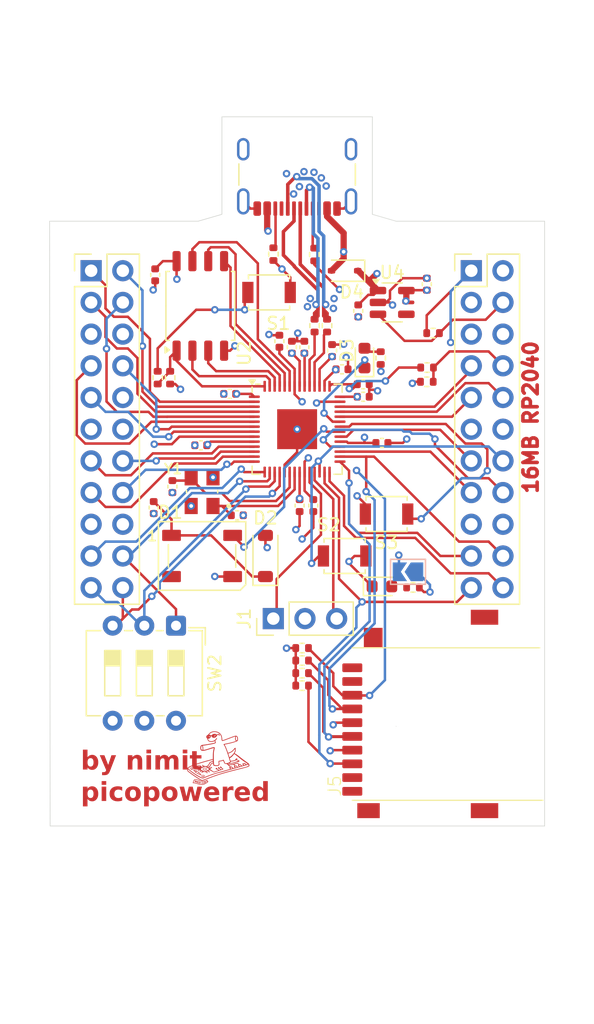
<source format=kicad_pcb>
(kicad_pcb (version 20241229) (generator "pcbnew") (generator_version "9.0")
  (layers (0 "F.Cu" signal) (4 "In1.Cu" signal) (6 "In2.Cu" signal) (2 "B.Cu" signal) (13 "F.Paste" user) (15 "B.Paste" user) (5 "F.SilkS" user "F.Silkscreen") (7 "B.SilkS" user "B.Silkscreen") (1 "F.Mask" user) (3 "B.Mask" user) (25 "Edge.Cuts" user))
  (net 0 "")
  (net 1 "XOUT")
  (net 2 "GND")
  (net 3 "XIN")
  (net 4 "+3V3")
  (net 5 "Net-(D1-VDD)")
  (net 6 "VSYS")
  (net 7 "+1V1")
  (net 8 "GPIO23")
  (net 10 "Net-(D3-A)")
  (net 11 "VBUS")
  (net 12 "Net-(D5-A)")
  (net 13 "SWD")
  (net 14 "SWCLK")
  (net 15 "GPIO16")
  (net 16 "GPIO18")
  (net 17 "GPIO28")
  (net 18 "GPIO26")
  (net 19 "GPIO21")
  (net 20 "GPIO22")
  (net 21 "ADC_VREF")
  (net 22 "GPIO20")
  (net 23 "GPIO17")
  (net 24 "3v3_EN")
  (net 25 "GPIO19")
  (net 26 "GPIO27")
  (net 27 "GPIO0")
  (net 28 "GPIO15")
  (net 29 "GPIO10")
  (net 30 "GPIO13")
  (net 31 "GPIO14")
  (net 32 "GPIO3")
  (net 33 "GPIO7")
  (net 34 "GPIO8")
  (net 35 "GPIO12")
  (net 36 "GPIO1")
  (net 37 "GPIO11")
  (net 38 "GPIO9")
  (net 39 "GPIO4")
  (net 40 "GPIO5")
  (net 41 "GPIO6")
  (net 42 "GPIO2")
  (net 43 "Net-(JP1-A)")
  (net 44 "Net-(P1-VCONN)")
  (net 45 "Net-(P1-CC)")
  (net 46 "QSPI_CS")
  (net 47 "Net-(R1-Pad1)")
  (net 48 "Net-(U1-USB_DP)")
  (net 49 "Net-(U1-USB_DM)")
  (net 50 "RUN")
  (net 51 "QSPI_IO2")
  (net 52 "GPIO24")
  (net 53 "QSPI_IO3")
  (net 54 "GPIO25")
  (net 55 "QSPI_IO1")
  (net 56 "QSPI_SCLK")
  (net 57 "QSPI_IO0")
  (net 58 "GPIO29")
  (net 60 "USB_D+")
  (net 61 "USB_D-")
  (footprint "Button_Switch_SMD:SW_SPST_B3U-1000P" (layer "F.Cu") (at 105.41 86.36)
    (property "Reference" "S2")
    (property "Value" "RESET")
  )
  (footprint "Connector_PinHeader_2.54mm:PinHeader_2x11_P2.54mm_Vertical" (layer "F.Cu") (at 115.565 63.5)
    (property "Reference" "J7" (hide yes))
    (property "Value" "Conn_02x11_Odd_Even")
  )
  (footprint "lib:Micro_SD_READER" (layer "F.Cu") (at 106.025 101.22 90)
    (property "Reference" "J5")
    (property "Value" "Micro_SD_Card")
  )
  (footprint "Package_SO:SOIC-8_5.3x5.3mm_P1.27mm" (layer "F.Cu") (at 93.84 66.32 90)
    (property "Reference" "U2")
    (property "Value" "W25Q128JVS")
  )
  (footprint "Capacitor_SMD:C_0402_1005Metric" (layer "F.Cu") (at 90.1 82.48 90)
    (property "Reference" "C4" (hide yes))
    (property "Value" "100n")
  )
  (footprint "Package_DFN_QFN:QFN-56-1EP_7x7mm_P0.4mm_EP3.2x3.2mm" (layer "F.Cu") (at 101.6 76.2)
    (property "Reference" "U1" (hide yes))
    (property "Value" "RP2040")
  )
  (footprint "Resistor_SMD:R_0402_1005Metric" (layer "F.Cu") (at 108.3 70.5 90)
    (property "Reference" "R8" (hide yes))
    (property "Value" "330")
  )
  (footprint "kicad-lib:XTAL_ABM8-272-T3" (layer "F.Cu") (at 93.98 81.205 180)
    (property "Reference" "Y1")
    (property "Value" "ABM8-272-T3")
  )
  (footprint "LED_SMD:LED_0603_1608Metric" (layer "F.Cu") (at 108.4 88.8)
    (property "Reference" "D5" (hide yes))
    (property "Value" "LED")
  )
  (footprint "Resistor_SMD:R_0402_1005Metric" (layer "F.Cu") (at 99.7 62.17 90)
    (property "Reference" "R4" (hide yes))
    (property "Value" "5.1k")
  )
  (footprint "Resistor_SMD:R_0402_1005Metric" (layer "F.Cu") (at 112.5 68.5)
    (property "Reference" "R7" (hide yes))
    (property "Value" "100k")
  )
  (footprint "Resistor_SMD:R_0402_1005Metric" (layer "F.Cu") (at 102 94.74)
    (property "Reference" "R12" (hide yes))
    (property "Value" "10K")
  )
  (footprint "Resistor_SMD:R_0402_1005Metric" (layer "F.Cu") (at 102 96.75)
    (property "Reference" "R14" (hide yes))
    (property "Value" "10K")
  )
  (footprint "Resistor_SMD:R_0402_1005Metric" (layer "F.Cu") (at 110.89 88.88 180)
    (property "Reference" "R9" (hide yes))
    (property "Value" "330")
  )
  (footprint "Capacitor_SMD:C_0402_1005Metric" (layer "F.Cu") (at 112 64.58 90)
    (property "Reference" "C5" (hide yes))
    (property "Value" "10u")
  )
  (footprint "Capacitor_SMD:C_0402_1005Metric" (layer "F.Cu") (at 93.88 77.49 180)
    (property "Reference" "C12" (hide yes))
    (property "Value" "100n")
  )
  (footprint "Resistor_SMD:R_0402_1005Metric" (layer "F.Cu") (at 104 67.9 90)
    (property "Reference" "R6" (hide yes))
    (property "Value" "27")
  )
  (footprint "Resistor_SMD:R_0402_1005Metric" (layer "F.Cu") (at 102 95.75)
    (property "Reference" "R13" (hide yes))
    (property "Value" "10K")
  )
  (footprint "Connector_USB:USB_C_Receptacle_GCT_USB4105-xx-A_16P_TopMnt_Horizontal" (layer "F.Cu") (at 101.6 54.84 180)
    (property "Reference" "P1" (hide yes))
    (property "Value" "USB_C_Plug_USB2.0")
  )
  (footprint "Connector_PinHeader_2.54mm:PinHeader_2x11_P2.54mm_Vertical" (layer "F.Cu") (at 85.085 63.5)
    (property "Reference" "J6" (hide yes))
    (property "Value" "Conn_02x11_Odd_Even")
  )
  (footprint "Resistor_SMD:R_0402_1005Metric" (layer "F.Cu") (at 112 72.4)
    (property "Reference" "R11" (hide yes))
    (property "Value" "200")
  )
  (footprint "Capacitor_SMD:C_0402_1005Metric" (layer "F.Cu") (at 100.18 69.15 90)
    (property "Reference" "C17" (hide yes))
    (property "Value" "100n")
  )
  (footprint "Capacitor_SMD:C_0402_1005Metric" (layer "F.Cu") (at 96.8 83.1)
    (property "Reference" "C1" (hide yes))
    (property "Value" "15p")
  )
  (footprint "Resistor_SMD:R_0402_1005Metric" (layer "F.Cu") (at 112.02 71.26 180)
    (property "Reference" "R10" (hide yes))
    (property "Value" "10")
  )
  (footprint "Resistor_SMD:R_0402_1005Metric" (layer "F.Cu") (at 102 93.74)
    (property "Reference" "R15" (hide yes))
    (property "Value" "10K")
  )
  (footprint "lib:orph_cu" (layer "F.Cu") (at 95.272663 102.559323)
    (property "Reference" "G***" (hide yes))
    (property "Value" "LOGO" (hide yes))
  )
  (footprint "lib:orph" (layer "F.Cu") (at 95.272663 102.559323)
    (property "Reference" "G***" (hide yes))
    (property "Value" "LOGO" (hide yes))
  )
  (footprint "Capacitor_SMD:C_0402_1005Metric" (layer "F.Cu") (at 105.2 71.4)
    (property "Reference" "C15" (hide yes))
    (property "Value" "1u")
  )
  (footprint "Capacitor_SMD:C_0402_1005Metric" (layer "F.Cu") (at 102.9 82.32 -90)
    (property "Reference" "C18" (hide yes))
    (property "Value" "100n")
  )
  (footprint "Resistor_SMD:R_0402_1005Metric" (layer "F.Cu") (at 103 67.9 -90)
    (property "Reference" "R5" (hide yes))
    (property "Value" "27")
  )
  (footprint "Button_Switch_SMD:SW_SPST_B3U-1000P" (layer "F.Cu") (at 99.35 65.24 180)
    (property "Reference" "S1")
    (property "Value" "BOOT")
  )
  (footprint "LED_SMD:LED_WS2812B_PLCC4_5.0x5.0mm_P3.2mm" (layer "F.Cu") (at 93.98 86.36)
    (property "Reference" "D1")
    (property "Value" "WS2812B")
  )
  (footprint "Diode_SMD:D_SOD-323" (layer "F.Cu") (at 105.41 63.5 180)
    (property "Reference" "D4")
    (property "Value" "BAT60A")
  )
  (footprint "LED_SMD:LED_0603_1608Metric" (layer "F.Cu") (at 107 70.5 90)
    (property "Reference" "D3")
    (property "Value" "LED")
  )
  (footprint "Button_Switch_THT:SW_DIP_SPSTx03_Slide_6.7x9.18mm_W7.62mm_P2.54mm_LowProfile" (layer "F.Cu") (at 91.89 91.945 -90)
    (property "Reference" "SW2")
    (property "Value" "SW_DIP_x03")
  )
  (footprint "Capacitor_SMD:C_0402_1005Metric" (layer "F.Cu") (at 106.5 66.72 -90)
    (property "Reference" "C6" (hide yes))
    (property "Value" "10u")
  )
  (footprint "Capacitor_SMD:C_0402_1005Metric" (layer "F.Cu") (at 108.4 77.3)
    (property "Reference" "C8" (hide yes))
    (property "Value" "100n")
  )
  (footprint "Capacitor_SMD:C_0402_1005Metric" (layer "F.Cu") (at 106.9 72.6)
    (property "Reference" "C7" (hide yes))
    (property "Value" "2.2u")
  )
  (footprint "Diode_SMD:D_SOD-123" (layer "F.Cu") (at 99.06 86.36 90)
    (property "Reference" "D2")
    (property "Value" "1N4148")
  )
  (footprint "Capacitor_SMD:C_0402_1005Metric" (layer "F.Cu") (at 104.4 69.9 90)
    (property "Reference" "C16" (hide yes))
    (property "Value" "1u")
  )
  (footprint "Capacitor_SMD:C_0402_1005Metric" (layer "F.Cu") (at 96.2 73.37 180)
    (property "Reference" "C11" (hide yes))
    (property "Value" "100n")
  )
  (footprint "Capacitor_SMD:C_0402_1005Metric" (layer "F.Cu") (at 101.18 69.63 90)
    (property "Reference" "C10" (hide yes))
    (property "Value" "100n")
  )
  (footprint "Resistor_SMD:R_0402_1005Metric" (layer "F.Cu") (at 90.42 72.07 -90)
    (property "Reference" "R1" (hide yes))
    (property "Value" "1K")
  )
  (footprint "Package_TO_SOT_SMD:SOT-23-5" (layer "F.Cu") (at 109.22 66.04)
    (property "Reference" "U4")
    (property "Value" "AP2112K-3.3")
  )
  (footprint "Capacitor_SMD:C_0402_1005Metric" (layer "F.Cu") (at 106.9 73.6)
    (property "Reference" "C14" (hide yes))
    (property "Value" "100n")
  )
  (footprint "Button_Switch_SMD:SW_SPST_B3U-1000P" (layer "F.Cu") (at 108.77 83 180)
    (property "Reference" "S3")
    (property "Value" "USER")
  )
  (footprint "Connector_PinHeader_2.54mm:PinHeader_1x03_P2.54mm_Vertical" (layer "F.Cu") (at 99.69 91.38 90)
    (property "Reference" "J1")
    (property "Value" "Conn_01x03")
  )
  (footprint "Capacitor_SMD:C_0402_1005Metric" (layer "F.Cu") (at 101.8 82.32 -90)
    (property "Reference" "C13" (hide yes))
    (property "Value" "100n")
  )
  (footprint "Capacitor_SMD:C_0402_1005Metric" (layer "F.Cu") (at 102.18 69.63 90)
    (property "Reference" "C9" (hide yes))
    (property "Value" "100n")
  )
  (footprint "Capacitor_SMD:C_0402_1005Metric" (layer "F.Cu") (at 90.22 63.83 -90)
    (property "Reference" "C3" (hide yes))
    (property "Value" "100n")
  )
  (footprint "Resistor_SMD:R_0402_1005Metric" (layer "F.Cu") (at 91.42 72.07 90)
    (property "Reference" "R2" (hide yes))
    (property "Value" "10K")
  )
  (footprint "Capacitor_SMD:C_0402_1005Metric" (layer "F.Cu") (at 91.6 80.8 -90)
    (property "Reference" "C2" (hide yes))
    (property "Value" "15p")
  )
  (footprint "Resistor_SMD:R_0402_1005Metric" (layer "F.Cu") (at 102.98 62.2 90)
    (property "Reference" "R3" (hide yes))
    (property "Value" "5.1k")
  )
  (footprint "Jumper:SolderJumper-2_P1.3mm_Open_TrianglePad1.0x1.5mm" (layer "B.Cu") (at 110.49 87.63 180)
    (property "Reference" "JP1" (hide yes))
    (property "Value" "Solder Jumper")
  )
  (gr_line (start 121.44375 90.4875) (end 121.44375 108) (stroke (width 0.05)) (layer "Edge.Cuts"))
  (gr_line (start 81.8 108) (end 121.44375 108) (stroke (width 0.05)) (layer "Edge.Cuts"))
  (gr_line (start 109.5375 59.53125) (end 121.44375 59.53125) (stroke (width 0.05)) (layer "Edge.Cuts"))
  (gr_line (start 109.5375 100.0125) (end 109.5375 100.0125) (stroke (width 0.05)) (layer "Edge.Cuts"))
  (gr_line (start 107.63 51.165) (end 95.57 51.165) (stroke (width 0.05)) (layer "Edge.Cuts"))
  (gr_line (start 107.63 58.98) (end 109.5375 59.53125) (stroke (width 0.05)) (layer "Edge.Cuts"))
  (gr_line (start 107.63 58.98) (end 107.63 51.165) (stroke (width 0.05)) (layer "Edge.Cuts"))
  (gr_line (start 93.6625 59.53125) (end 81.75625 59.53125) (stroke (width 0.05)) (layer "Edge.Cuts"))
  (gr_line (start 121.44375 59.53125) (end 121.44375 90.4875) (stroke (width 0.05)) (layer "Edge.Cuts"))
  (gr_line (start 95.57 58.98) (end 93.6625 59.53125) (stroke (width 0.05)) (layer "Edge.Cuts"))
  (gr_line (start 81.75625 59.53125) (end 81.797177 108) (stroke (width 0.05)) (layer "Edge.Cuts"))
  (gr_line (start 95.57 58.98) (end 95.57 51.165) (stroke (width 0.05)) (layer "Edge.Cuts"))
  (gr_text "16MB RP2040" (at 121 81.5 90) (layer "F.Cu") (effects (font (size 1.143 1.143) (thickness 0.28575) (bold yes)) (justify left bottom)))
  (gr_text "by nimit\npicopowered" (at 84.25 106.25 0) (layer "F.Cu") (effects (font (size 1.5 1.5) (thickness 0.3) (bold yes)) (justify left bottom)))
  (segment (start 100.075 82.355) (end 94.855 82.355) (width 0.2) (layer "F.Cu") (net 1))
  (segment (start 101.4 81.03) (end 100.075 82.355) (width 0.2) (layer "F.Cu") (net 1))
  (segment (start 101.4 79.6375) (end 101.4 81.03) (width 0.2) (layer "F.Cu") (net 1))
  (segment (start 95.575 82.355) (end 96.32 83.1) (width 0.2) (layer "F.Cu") (net 1))
  (segment (start 94.855 82.355) (end 95.575 82.355) (width 0.2) (layer "F.Cu") (net 1))
  (segment (start 100.6 79.04) (end 101.6 78.04) (width 0.2) (layer "F.Cu") (net 2))
  (segment (start 109.046 65.738999) (end 108.744999 66.04) (width 0.2) (layer "F.Cu") (net 2))
  (segment (start 95.01 88.01) (end 95 88) (width 0.2) (layer "F.Cu") (net 2))
  (segment (start 101.6 68.55) (end 101.65 68.5) (width 0.2) (layer "F.Cu") (net 2))
  (segment (start 107.38 73.04) (end 107.97 73.04) (width 0.2) (layer "F.Cu") (net 2))
  (segment (start 101.6 69.15) (end 101.6 68.55) (width 0.2) (layer "F.Cu") (net 2))
  (segment (start 101.05 65.24) (end 101.05 64.03) (width 0.2) (layer "F.Cu") (net 2))
  (segment (start 90.22 64.88) (end 90.06 65.04) (width 0.2) (layer "F.Cu") (net 2))
  (segment (start 96.43 88.01) (end 95.01 88.01) (width 0.2) (layer "F.Cu") (net 2))
  (segment (start 107.07 83) (end 107.07 82.206239) (width 0.2) (layer "F.Cu") (net 2))
  (segment (start 110.079 77.3) (end 110.39 76.989) (width 0.2) (layer "F.Cu") (net 2))
  (segment (start 108.0825 66.04) (end 107.66 66.04) (width 0.2) (layer "F.Cu") (net 2))
  (segment (start 105.3 69.42) (end 105.33 69.39) (width 0.2) (layer "F.Cu") (net 2))
  (segment (start 112 64.1) (end 110.043032 64.1) (width 0.2) (layer "F.Cu") (net 2))
  (segment (start 100.18 68.67) (end 99.4 68.67) (width 0.2) (layer "F.Cu") (net 2))
  (segment (start 107.38 72.6) (end 107.38 73.04) (width 0.2) (layer "F.Cu") (net 2))
  (segment (start 105.76 86.9475) (end 105.76 86.8) (width 0.2) (layer "F.Cu") (net 2))
  (segment (start 109.046 65.097032) (end 109.046 65.738999) (width 0.2) (layer "F.Cu") (net 2))
  (segment (start 101.6 78.04) (end 101.6 76.2) (width 0.2) (layer "F.Cu") (net 2))
  (segment (start 108.744999 66.04) (end 108.0825 66.04) (width 0.2) (layer "F.Cu") (net 2))
  (segment (start 100.385 63.365) (end 99.7 62.68) (width 0.2) (layer "F.Cu") (net 2))
  (segment (start 106.025 101.92) (end 104.3 101.92) (width 0.2) (layer "F.Cu") (net 2))
  (segment (start 101.8 82.8) (end 101.8 83.95) (width 0.2) (layer "F.Cu") (net 2))
  (segment (start 106.2 86.36) (end 105.76 86.8) (width 0.2) (layer "F.Cu") (net 2))
  (segment (start 105.68 71.4) (end 105.68 70.6) (width 0.2) (layer "F.Cu") (net 2))
  (segment (start 99.4 68.67) (end 99.34 68.61) (width 0.2) (layer "F.Cu") (net 2))
  (segment (start 107.11 86.36) (end 106.2 86.36) (width 0.2) (layer "F.Cu") (net 2))
  (segment (start 104.4 69.42) (end 105.3 69.42) (width 0.2) (layer "F.Cu") (net 2))
  (segment (start 107.6125 88.8) (end 105.76 86.9475) (width 0.2) (layer "F.Cu") (net 2))
  (segment (start 104.8 58.52) (end 105.345 58.52) (width 0.2) (layer "F.Cu") (net 2))
  (segment (start 107.38 73.04) (end 107.38 73.6) (width 0.2) (layer "F.Cu") (net 2))
  (segment (start 110.043032 64.1) (end 109.046 65.097032) (width 0.2) (layer "F.Cu") (net 2))
  (segment (start 109.04 66.04) (end 109.25 66.25) (width 0.2) (layer "F.Cu") (net 2))
  (segment (start 98.4 58.52) (end 97.855 58.52) (width 0.2) (layer "F.Cu") (net 2))
  (segment (start 101.6 69.15) (end 102.18 69.15) (width 0.2) (layer "F.Cu") (net 2))
  (segment (start 102.98 63.007894) (end 104.972106 65) (width 0.2) (layer "F.Cu") (net 2))
  (segment (start 108.0825 66.04) (end 109.04 66.04) (width 0.2) (layer "F.Cu") (net 2))
  (segment (start 108.88 77.3) (end 110.079 77.3) (width 0.2) (layer "F.Cu") (net 2))
  (segment (start 101.8 83.95) (end 101.5 84.25) (width 0.2) (layer "F.Cu") (net 2))
  (segment (start 102.9 84.1) (end 102 85) (width 0.2) (layer "F.Cu") (net 2))
  (segment (start 102.98 62.71) (end 102.98 63.007894) (width 0.2) (layer "F.Cu") (net 2))
  (segment (start 102.9 83.6) (end 102.9 84.1) (width 0.2) (layer "F.Cu") (net 2))
  (segment (start 101.18 69.15) (end 101.6 69.15) (width 0.2) (layer "F.Cu") (net 2))
  (segment (start 104.3 101.92) (end 104.25 101.97) (width 0.2) (layer "F.Cu") (net 2))
  (segment (start 100.6 79.6375) (end 100.6 79.04) (width 0.2) (layer "F.Cu") (net 2))
  (segment (start 101.05 64.03) (end 100.385 63.365) (width 0.2) (layer "F.Cu") (net 2))
  (segment (start 95.745 69.9075) (end 96.2225 69.9075) (width 0.2) (layer "F.Cu") (net 2))
  (segment (start 105.345 58.52) (end 105.92 57.945) (width 0.2) (layer "F.Cu") (net 2))
  (segment (start 97.855 58.52) (end 97.28 57.945) (width 0.2) (layer "F.Cu") (net 2))
  (segment (start 105.68 70.6) (end 105.53 70.45) (width 0.2) (layer "F.Cu") (net 2))
  (segment (start 90.22 64.31) (end 90.22 64.88) (width 0.2) (layer "F.Cu") (net 2))
  (segment (start 104.972106 65) (end 105 65) (width 0.2) (layer "F.Cu") (net 2))
  (segment (start 96.2225 69.9075) (end 96.61 69.52) (width 0.2) (layer "F.Cu") (net 2))
  (segment (start 102.9 82.8) (end 102.9 83.6) (width 0.2) (layer "F.Cu") (net 2))
  (segment (start 107.07 82.206239) (end 106.407709 81.543948) (width 0.2) (layer "F.Cu") (net 2))
  (segment (start 107.97 73.04) (end 108.05 73.12) (width 0.2) (layer "F.Cu") (net 2))
  (via (at 110.39 76.989) (size 0.6) (drill 0.3) (layers "F.Cu" "B.Cu") (net 2))
  (via (at 108.05 73.12) (size 0.6) (drill 0.3) (layers "F.Cu" "B.Cu") (net 2))
  (via (at 105.53 70.45) (size 0.6) (drill 0.3) (layers "F.Cu" "B.Cu") (net 2))
  (via (at 104.51 66.52) (size 0.6) (drill 0.3) (layers "F.Cu" "B.Cu") (net 2))
  (via (at 102 85) (size 0.6) (drill 0.3) (layers "F.Cu" "B.Cu") (net 2))
  (via (at 109.25 66.25) (size 0.6) (drill 0.3) (layers "F.Cu" "B.Cu") (net 2))
  (via (at 103.93 56.71) (size 0.6) (drill 0.3) (layers "F.Cu" "B.Cu") (net 2))
  (via (at 99.34 68.61) (size 0.6) (drill 0.3) (layers "F.Cu" "B.Cu") (net 2))
  (via (at 93.105 82.355) (size 0.6) (drill 0.3) (layers "F.Cu" "B.Cu") (net 2))
  (via (at 102.65 65.73) (size 0.6) (drill 0.3) (layers "F.Cu" "B.Cu") (net 2))
  (via (at 90.1 82.96) (size 0.6) (drill 0.3) (layers "F.Cu" "B.Cu") (net 2))
  (via (at 112 64.1) (size 0.6) (drill 0.3) (layers "F.Cu" "B.Cu") (net 2))
  (via (at 101.32 57.35) (size 0.6) (drill 0.3) (layers "F.Cu" "B.Cu") (net 2))
  (via (at 102.95 55.61) (size 0.6) (drill 0.3) (layers "F.Cu" "B.Cu") (net 2))
  (via (at 97.28 83.1) (size 0.6) (drill 0.3) (layers "F.Cu" "B.Cu") (net 2))
  (via (at 106.5 67.2) (size 0.6) (drill 0.3) (layers "F.Cu" "B.Cu") (net 2))
  (via (at 105.76 86.8) (size 0.6) (drill 0.3) (layers "F.Cu" "B.Cu") (net 2))
  (via (at 100.75 55.72) (size 0.6) (drill 0.3) (layers "F.Cu" "B.Cu") (net 2))
  (via (at 101.6 76.2) (size 0.6) (drill 0.3) (layers "F.Cu" "B.Cu") (net 2))
  (via (at 101.5 84.25) (size 0.6) (drill 0.3) (layers "F.Cu" "B.Cu") (net 2))
  (via (at 94.855 80.055) (size 0.6) (drill 0.3) (layers "F.Cu" "B.Cu") (net 2))
  (via (at 93.4 77.49) (size 0.6) (drill 0.3) (layers "F.Cu" "B.Cu") (net 2))
  (via (at 104.25 101.97) (size 0.6) (drill 0.3) (layers "F.Cu" "B.Cu") (net 2))
  (via (at 90.06 65.04) (size 0.6) (drill 0.3) (layers "F.Cu" "B.Cu") (net 2))
  (via (at 105.33 69.39) (size 0.6) (drill 0.3) (layers "F.Cu" "B.Cu") (net 2))
  (via (at 101.65 68.5) (size 0.6) (drill 0.3) (layers "F.Cu" "B.Cu") (net 2))
  (via (at 95 88) (size 0.6) (drill 0.3) (layers "F.Cu" "B.Cu") (net 2))
  (via (at 102.43 66.38) (size 0.6) (drill 0.3) (layers "F.Cu" "B.Cu") (net 2))
  (via (at 96.61 69.52) (size 0.6) (drill 0.3) (layers "F.Cu" "B.Cu") (net 2))
  (via (at 102.15 55.56) (size 0.6) (drill 0.3) (layers "F.Cu" "B.Cu") (net 2))
  (via (at 101.784668 56.759998) (size 0.6) (drill 0.3) (layers "F.Cu" "B.Cu") (net 2))
  (via (at 106.407709 81.543948) (size 0.6) (drill 0.3) (layers "F.Cu" "B.Cu") (net 2))
  (via (at 91.6 81.28) (size 0.6) (drill 0.3) (layers "F.Cu" "B.Cu") (net 2))
  (via (at 103.54 56.06) (size 0.6) (drill 0.3) (layers "F.Cu" "B.Cu") (net 2))
  (via (at 104.56 65.73) (size 0.6) (drill 0.3) (layers "F.Cu" "B.Cu") (net 2))
  (via (at 100.385 63.365) (size 0.6) (drill 0.3) (layers "F.Cu" "B.Cu") (net 2))
  (via (at 105 65) (size 0.6) (drill 0.3) (layers "F.Cu" "B.Cu") (net 2))
  (via (at 95.72 73.37) (size 0.6) (drill 0.3) (layers "F.Cu" "B.Cu") (net 2))
  (segment (start 92.84 80.32) (end 93.105 80.055) (width 0.2) (layer "F.Cu") (net 3))
  (segment (start 95.57 81.33) (end 96.194 81.954) (width 0.2) (layer "F.Cu") (net 3))
  (segment (start 94.255 81.33) (end 95.57 81.33) (width 0.2) (layer "F.Cu") (net 3))
  (segment (start 101 80.8629) (end 101 79.6375) (width 0.2) (layer "F.Cu") (net 3))
  (segment (start 99.9089 81.954) (end 101 80.8629) (width 0.2) (layer "F.Cu") (net 3))
  (segment (start 93.105 80.18) (end 94.255 81.33) (width 0.2) (layer "F.Cu") (net 3))
  (segment (start 91.6 80.32) (end 92.84 80.32) (width 0.2) (layer "F.Cu") (net 3))
  (segment (start 93.105 80.055) (end 93.105 80.18) (width 0.2) (layer "F.Cu") (net 3))
  (segment (start 96.194 81.954) (end 99.9089 81.954) (width 0.2) (layer "F.Cu") (net 3))
  (segment (start 105.0375 73.6) (end 106.42 73.6) (width 0.2) (layer "F.Cu") (net 4))
  (segment (start 96.68 73.37) (end 96.75 73.37) (width 0.2) (layer "F.Cu") (net 4))
  (segment (start 100.76 93.74) (end 100.75 93.75) (width 0.2) (layer "F.Cu") (net 4))
  (segment (start 108.3 71.55) (end 108.32 71.57) (width 0.2) (layer "F.Cu") (net 4))
  (segment (start 101.801 70.733) (end 101.801 72.7625) (width 0.2) (layer "F.Cu") (net 4))
  (segment (start 111.49 72.4) (end 110.96 72.4) (width 0.2) (layer "F.Cu") (net 4))
  (segment (start 108.3 71.01) (end 108.3 71.55) (width 0.2) (layer "F.Cu") (net 4))
  (segment (start 101.18 70.11) (end 101.802 70.732) (width 0.2) (layer "F.Cu") (net 4))
  (segment (start 101.49 93.74) (end 100.76 93.74) (width 0.2) (layer "F.Cu") (net 4))
  (segment (start 102.2 72.7625) (end 102.2 70.13) (width 0.2) (layer "F.Cu") (net 4))
  (segment (start 104.685 71.435) (end 104.72 71.4) (width 0.2) (layer "F.Cu") (net 4))
  (segment (start 91.83 72.58) (end 92.25 73) (width 0.2) (layer "F.Cu") (net 4))
  (segment (start 106.07 72.95) (end 106.42 72.6) (width 0.2) (layer "F.Cu") (net 4))
  (segment (start 105.58 77.2) (end 105.68 77.3) (width 0.2) (layer "F.Cu") (net 4))
  (segment (start 109.76 71.26) (end 108.68 72.34) (width 0.2) (layer "F.Cu") (net 4))
  (segment (start 106.025 99.72) (end 104.66 99.72) (width 0.2) (layer "F.Cu") (net 4))
  (segment (start 91.935 64.155) (end 91.96 64.18) (width 0.2) (layer "F.Cu") (net 4))
  (segment (start 101.8 81.75) (end 101.8 81.84) (width 0.2) (layer "F.Cu") (net 4))
  (segment (start 96.75 73.37) (end 97.9325 73.37) (width 0.2) (layer "F.Cu") (net 4))
  (segment (start 91.42 72.58) (end 91.83 72.58) (width 0.2) (layer "F.Cu") (net 4))
  (segment (start 104.66 99.72) (end 104.49 99.89) (width 0.2) (layer "F.Cu") (net 4))
  (segment (start 105.68 77.3) (end 107 77.3) (width 0.2) (layer "F.Cu") (net 4))
  (segment (start 110.3875 65.06) (end 110.3575 65.09) (width 0.2) (layer "F.Cu") (net 4))
  (segment (start 107 77.3) (end 107 76.85) (width 0.2) (layer "F.Cu") (net 4))
  (segment (start 111.51 71.26) (end 111.34 71.26) (width 0.2) (layer "F.Cu") (net 4))
  (segment (start 101.8 79.6375) (end 101.8 81.75) (width 0.2) (layer "F.Cu") (net 4))
  (segment (start 91.935 62.7325) (end 91.935 64.155) (width 0.2) (layer "F.Cu") (net 4))
  (segment (start 105.0375 77.2) (end 105.58 77.2) (width 0.2) (layer "F.Cu") (net 4))
  (segment (start 101.49 93.74) (end 101.49 96.75) (width 0.2) (layer "F.Cu") (net 4))
  (segment (start 104.3625 72.6) (end 106.42 72.6) (width 0.2) (layer "F.Cu") (net 4))
  (segment (start 103.8 72.32) (end 104.685 71.435) (width 0.2) (layer "F.Cu") (net 4))
  (segment (start 94.65 77.2) (end 94.425 77.425) (width 0.2) (layer "F.Cu") (net 4))
  (segment (start 91.935 62.7325) (end 90.8375 62.7325) (width 0.2) (layer "F.Cu") (net 4))
  (segment (start 110.96 72.4) (end 110.84 72.52) (width 0.2) (layer "F.Cu") (net 4))
  (segment (start 98.1625 77.2) (end 94.65 77.2) (width 0.2) (layer "F.Cu") (net 4))
  (segment (start 90.8375 62.7325) (end 90.22 63.35) (width 0.2) (layer "F.Cu") (net 4))
  (segment (start 105.78 72.95) (end 106.07 72.95) (width 0.2) (layer "F.Cu") (net 4))
  (segment (start 107 77.3) (end 107.92 77.3) (width 0.2) (layer "F.Cu") (net 4))
  (segment (start 101.802 70.732) (end 101.801 70.733) (width 0.2) (layer "F.Cu") (net 4))
  (segment (start 94.425 77.425) (end 94.36 77.49) (width 0.2) (layer "F.Cu") (net 4))
  (segment (start 102.2 70.13) (end 102.18 70.11) (width 0.2) (layer "F.Cu") (net 4))
  (segment (start 103.8 72.7625) (end 103.8 72.32) (width 0.2) (layer "F.Cu") (net 4))
  (segment (start 104.2 72.7625) (end 104.3625 72.6) (width 0.2) (layer "F.Cu") (net 4))
  (segment (start 112 65.06) (end 110.3875 65.06) (width 0.2) (layer "F.Cu") (net 4))
  (segment (start 111.51 71.26) (end 109.76 71.26) (width 0.2) (layer "F.Cu") (net 4))
  (segment (start 97.9325 73.37) (end 98.1625 73.6) (width 0.2) (layer "F.Cu") (net 4))
  (via (at 96.75 73.37) (size 0.6) (drill 0.3) (layers "F.Cu" "B.Cu") (net 4))
  (via (at 104.685 71.435) (size 0.6) (drill 0.3) (layers "F.Cu" "B.Cu") (net 4))
  (via (at 101.8 81.75) (size 0.6) (drill 0.3) (layers "F.Cu" "B.Cu") (net 4))
  (via (at 112 65.06) (size 0.6) (drill 0.3) (layers "F.Cu" "B.Cu") (net 4))
  (via (at 108.68 72.34) (size 0.6) (drill 0.3) (layers "F.Cu" "B.Cu") (net 4))
  (via (at 109.75 86.29) (size 0.6) (drill 0.3) (layers "F.Cu" "B.Cu") (net 4))
  (via (at 94.425 77.425) (size 0.6) (drill 0.3) (layers "F.Cu" "B.Cu") (net 4))
  (via (at 102.18 70.11) (size 0.6) (drill 0.3) (layers "F.Cu" "B.Cu") (net 4))
  (via (at 104.49 99.89) (size 0.6) (drill 0.3) (layers "F.Cu" "B.Cu") (net 4))
  (via (at 92.25 73) (size 0.6) (drill 0.3) (layers "F.Cu" "B.Cu") (net 4))
  (via (at 100.75 93.75) (size 0.6) (drill 0.3) (layers "F.Cu" "B.Cu") (net 4))
  (via (at 91.96 64.18) (size 0.6) (drill 0.3) (layers "F.Cu" "B.Cu") (net 4))
  (via (at 108.32 71.57) (size 0.6) (drill 0.3) (layers "F.Cu" "B.Cu") (net 4))
  (via (at 101.18 70.11) (size 0.6) (drill 0.3) (layers "F.Cu" "B.Cu") (net 4))
  (via (at 110.32 65.93) (size 0.6) (drill 0.3) (layers "F.Cu" "B.Cu") (net 4))
  (via (at 106.42 73.6) (size 0.6) (drill 0.3) (layers "F.Cu" "B.Cu") (net 4))
  (via (at 110.84 72.52) (size 0.6) (drill 0.3) (layers "F.Cu" "B.Cu") (net 4))
  (via (at 107 76.85) (size 0.6) (drill 0.3) (layers "F.Cu" "B.Cu") (net 4))
  (via (at 105.78 72.95) (size 0.6) (drill 0.3) (layers "F.Cu" "B.Cu") (net 4))
  (segment (start 109.765 87.63) (end 109.765 86.305) (width 0.2) (layer "B.Cu") (net 4))
  (segment (start 106.39 72.34) (end 105.78 72.95) (width 0.2) (layer "B.Cu") (net 4))
  (segment (start 109.765 86.305) (end 109.75 86.29) (width 0.2) (layer "B.Cu") (net 4))
  (segment (start 108.68 72.34) (end 106.39 72.34) (width 0.2) (layer "B.Cu") (net 4))
  (segment (start 94.705452 84.71) (end 98.005452 88.01) (width 0.2) (layer "F.Cu") (net 5))
  (segment (start 91.53 83.43) (end 91.53 84.71) (width 0.2) (layer "F.Cu") (net 5))
  (segment (start 98.005452 88.01) (end 99.06 88.01) (width 0.2) (layer "F.Cu") (net 5))
  (segment (start 90.1 82) (end 91.53 83.43) (width 0.2) (layer "F.Cu") (net 5))
  (segment (start 91.53 84.71) (end 94.705452 84.71) (width 0.2) (layer "F.Cu") (net 5))
  (segment (start 107.7425 65.43) (end 108.0825 65.09) (width 0.2) (layer "F.Cu") (net 6))
  (segment (start 106.46 63.5) (end 106.4925 63.5) (width 0.5) (layer "F.Cu") (net 6))
  (segment (start 99.06 85.55) (end 99.2 85.69) (width 0.2) (layer "F.Cu") (net 6))
  (segment (start 111.99 67.075) (end 115.565 63.5) (width 0.2) (layer "F.Cu") (net 6))
  (segment (start 107.44125 64.44875) (end 108.0825 65.09) (width 0.5) (layer "F.Cu") (net 6))
  (segment (start 107.44125 64.44875) (end 107.44125 64.28875) (width 0.5) (layer "F.Cu") (net 6))
  (segment (start 111.99 68.5) (end 111.99 67.075) (width 0.2) (layer "F.Cu") (net 6))
  (segment (start 107.31 65.43) (end 107.7425 65.43) (width 0.2) (layer "F.Cu") (net 6))
  (segment (start 106.5 66.24) (end 107.31 65.43) (width 0.2) (layer "F.Cu") (net 6))
  (segment (start 106.4925 63.5) (end 107.44125 64.44875) (width 0.5) (layer "F.Cu") (net 6))
  (segment (start 107.44125 64.28875) (end 108 63.73) (width 0.5) (layer "F.Cu") (net 6))
  (segment (start 99.06 84.71) (end 99.06 85.55) (width 0.2) (layer "F.Cu") (net 6))
  (via (at 99.2 85.69) (size 0.6) (drill 0.3) (layers "F.Cu" "B.Cu") (net 6))
  (via (at 113.91 69.25) (size 0.6) (drill 0.3) (layers "F.Cu" "B.Cu") (net 6))
  (via (at 108 63.73) (size 0.6) (drill 0.3) (layers "F.Cu" "B.Cu") (net 6))
  (segment (start 113.91 69.25) (end 113.91 65.155) (width 0.2) (layer "B.Cu") (net 6))
  (segment (start 113.91 65.155) (end 115.565 63.5) (width 0.2) (layer "B.Cu") (net 6))
  (segment (start 103.4 71.38) (end 104.4 70.38) (width 0.2) (layer "F.Cu") (net 7))
  (segment (start 101.4 72.7625) (end 101.4 73.4) (width 0.2) (layer "F.Cu") (net 7))
  (segment (start 101.401 71.3697) (end 100.18 70.1487) (width 0.2) (layer "F.Cu") (net 7))
  (segment (start 101.4 71.7029) (end 101.401 71.7019) (width 0.2) (layer "F.Cu") (net 7))
  (segment (start 102.2 79.6375) (end 102.2 78.8) (width 0.2) (layer "F.Cu") (net 7))
  (segment (start 101.401 71.7019) (end 101.401 71.3697) (width 0.2) (layer "F.Cu") (net 7))
  (segment (start 102.2 81.14) (end 102.9 81.84) (width 0.2) (layer "F.Cu") (net 7))
  (segment (start 102.2 78.8) (end 102.5 78.5) (width 0.2) (layer "F.Cu") (net 7))
  (segment (start 100.18 70.1487) (end 100.18 69.63) (width 0.2) (layer "F.Cu") (net 7))
  (segment (start 101.4 72.7625) (end 101.4 71.7029) (width 0.2) (layer "F.Cu") (net 7))
  (segment (start 102.2 79.6375) (end 102.2 81.14) (width 0.2) (layer "F.Cu") (net 7))
  (segment (start 103.4 72.7625) (end 103.4 71.38) (width 0.2) (layer "F.Cu") (net 7))
  (segment (start 101.4 73.4) (end 102 74) (width 0.2) (layer "F.Cu") (net 7))
  (via (at 104.4 70.38) (size 0.6) (drill 0.3) (layers "F.Cu" "B.Cu") (net 7))
  (via (at 102 74) (size 0.6) (drill 0.3) (layers "F.Cu" "B.Cu") (net 7))
  (via (at 102.5 78.5) (size 0.6) (drill 0.3) (layers "F.Cu" "B.Cu") (net 7))
  (segment (start 105.0375 76.4) (end 103.970208 76.4) (width 0.2) (layer "F.Cu") (net 8))
  (segment (start 103.970208 76.4) (end 103.73584 76.165632) (width 0.2) (layer "F.Cu") (net 8))
  (segment (start 97.33 85.65) (end 97.33 85.61) (width 0.2) (layer "F.Cu") (net 8))
  (segment (start 97.33 85.61) (end 96.43 84.71) (width 0.2) (layer "F.Cu") (net 8))
  (via (at 97.33 85.65) (size 0.6) (drill 0.3) (layers "F.Cu" "B.Cu") (net 8))
  (via (at 103.73584 76.165632) (size 0.6) (drill 0.3) (layers "F.Cu" "B.Cu") (net 8))
  (segment (start 100.56 82.42) (end 97.33 85.65) (width 0.2) (layer "B.Cu") (net 8))
  (segment (start 103.73584 76.165632) (end 100.56 79.341472) (width 0.2) (layer "B.Cu") (net 8))
  (segment (start 100.56 79.341472) (end 100.56 82.42) (width 0.2) (layer "B.Cu") (net 8))
  (segment (start 108.3 69.99) (end 107.2775 69.99) (width 0.2) (layer "F.Cu") (net 10))
  (segment (start 107.2775 69.99) (end 107 69.7125) (width 0.2) (layer "F.Cu") (net 10))
  (segment (start 99.2 60.25) (end 99.27 60.32) (width 0.5) (layer "F.Cu") (net 11))
  (segment (start 104 59.1491) (end 105.33 60.4791) (width 0.5) (layer "F.Cu") (net 11))
  (segment (start 105.33 62.53) (end 104.36 63.5) (width 0.5) (layer "F.Cu") (net 11))
  (segment (start 105.33 61.98) (end 105.33 62.53) (width 0.5) (layer "F.Cu") (net 11))
  (segment (start 105.33 60.4791) (end 105.33 61.98) (width 0.5) (layer "F.Cu") (net 11))
  (segment (start 104 58.52) (end 104 59.1491) (width 0.5) (layer "F.Cu") (net 11))
  (segment (start 99.2 58.52) (end 99.2 60.25) (width 0.5) (layer "F.Cu") (net 11))
  (via (at 105.33 61.98) (size 0.6) (drill 0.3) (layers "F.Cu" "B.Cu") (net 11))
  (via (at 99.27 60.32) (size 0.6) (drill 0.3) (layers "F.Cu" "B.Cu") (net 11))
  (segment (start 104.5 81.8029) (end 104.5 91.11) (width 0.2) (layer "F.Cu") (net 13))
  (segment (start 103 79.6375) (end 103 80.3029) (width 0.2) (layer "F.Cu") (net 13))
  (segment (start 103 80.3029) (end 104.5 81.8029) (width 0.2) (layer "F.Cu") (net 13))
  (segment (start 104.5 91.11) (end 104.77 91.38) (width 0.2) (layer "F.Cu") (net 13))
  (segment (start 103.51 84.658) (end 99.961 88.207) (width 0.2) (layer "F.Cu") (net 14))
  (segment (start 102.6 80.47) (end 103.51 81.38) (width 0.2) (layer "F.Cu") (net 14))
  (segment (start 102.6 79.6375) (end 102.6 80.47) (width 0.2) (layer "F.Cu") (net 14))
  (segment (start 99.961 88.207) (end 99.961 91.109) (width 0.2) (layer "F.Cu") (net 14))
  (segment (start 99.961 91.109) (end 99.69 91.38) (width 0.2) (layer "F.Cu") (net 14))
  (segment (start 103.51 81.38) (end 103.51 84.658) (width 0.2) (layer "F.Cu") (net 14))
  (segment (start 106.81 90.04) (end 114.425 90.04) (width 0.2) (layer "F.Cu") (net 15))
  (segment (start 102.51 101.26) (end 102.51 96.75) (width 0.2) (layer "F.Cu") (net 15))
  (segment (start 104.96 81.6958) (end 104.96 88.19) (width 0.2) (layer "F.Cu") (net 15))
  (segment (start 105.94 89.17) (end 106.81 90.04) (width 0.2) (layer "F.Cu") (net 15))
  (segment (start 104.96 88.19) (end 105.94 89.17) (width 0.2) (layer "F.Cu") (net 15))
  (segment (start 104.25 103) (end 102.51 101.26) (width 0.2) (layer "F.Cu") (net 15))
  (segment (start 103.8 80.5358) (end 104.96 81.6958) (width 0.2) (layer "F.Cu") (net 15))
  (segment (start 104.25 103) (end 106.005 103) (width 0.2) (layer "F.Cu") (net 15))
  (segment (start 114.425 90.04) (end 115.565 88.9) (width 0.2) (layer "F.Cu") (net 15))
  (segment (start 103.8 79.6375) (end 103.8 80.5358) (width 0.2) (layer "F.Cu") (net 15))
  (segment (start 106.005 103) (end 106.025 103.02) (width 0.2) (layer "F.Cu") (net 15))
  (via (at 106.81 90.04) (size 0.6) (drill 0.3) (layers "F.Cu" "B.Cu") (net 15))
  (via (at 104.25 103) (size 0.6) (drill 0.3) (layers "F.Cu" "B.Cu") (net 15))
  (segment (start 106.35 90.5) (end 106.35 92.091) (width 0.2) (layer "B.Cu") (net 15))
  (segment (start 106.35 92.091) (end 103.381 95.06) (width 0.2) (layer "B.Cu") (net 15))
  (segment (start 106.81 90.04) (end 106.35 90.5) (width 0.2) (layer "B.Cu") (net 15))
  (segment (start 103.381 102.131) (end 104.25 103) (width 0.2) (layer "B.Cu") (net 15))
  (segment (start 103.381 95.06) (end 103.381 100.719) (width 0.2) (layer "B.Cu") (net 15))
  (segment (start 103.381 100.719) (end 103.381 102.131) (width 0.2) (layer "B.Cu") (net 15))
  (segment (start 111.2361 84.509) (end 106.4861 84.509) (width 0.2) (layer "F.Cu") (net 16))
  (segment (start 103.698 96.938) (end 103.698 100.438) (width 0.2) (layer "F.Cu") (net 16))
  (segment (start 104.08 100.82) (end 106.025 100.82) (width 0.2) (layer "F.Cu") (net 16))
  (segment (start 105.985 100.86) (end 106.025 100.82) (width 0.2) (layer "F.Cu") (net 16))
  (segment (start 103.698 100.438) (end 104.08 100.82) (width 0.2) (layer "F.Cu") (net 16))
  (segment (start 105.762 80.51) (end 105.762 79.5245) (width 0.2) (layer "F.Cu") (net 16))
  (segment (start 115.565 86.36) (end 113.0871 86.36) (width 0.2) (layer "F.Cu") (net 16))
  (segment (start 106.4861 84.509) (end 105.762 83.7849) (width 0.2) (layer "F.Cu") (net 16))
  (segment (start 105.762 83.7849) (end 105.762 80.51) (width 0.2) (layer "F.Cu") (net 16))
  (segment (start 102.51 95.75) (end 103.698 96.938) (width 0.2) (layer "F.Cu") (net 16))
  (segment (start 104.12 100.86) (end 105.985 100.86) (width 0.2) (layer "F.Cu") (net 16))
  (segment (start 113.0871 86.36) (end 111.2361 84.509) (width 0.2) (layer "F.Cu") (net 16))
  (segment (start 105.762 79.5245) (end 105.0375 78.8) (width 0.2) (layer "F.Cu") (net 16))
  (via (at 105.762 80.51) (size 0.6) (drill 0.3) (layers "F.Cu" "B.Cu") (net 16))
  (via (at 104.12 100.86) (size 0.6) (drill 0.3) (layers "F.Cu" "B.Cu") (net 16))
  (segment (start 104.12 100.86) (end 103.79 100.53) (width 0.2) (layer "B.Cu") (net 16))
  (segment (start 103.79 100.53) (end 103.79 95.2181) (width 0.2) (layer "B.Cu") (net 16))
  (segment (start 107.411 91.5971) (end 107.411 85.441) (width 0.2) (layer "B.Cu") (net 16))
  (segment (start 107.411 85.441) (end 105.762 83.792) (width 0.2) (layer "B.Cu") (net 16))
  (segment (start 105.762 83.792) (end 105.762 80.51) (width 0.2) (layer "B.Cu") (net 16))
  (segment (start 103.79 95.2181) (end 107.411 91.5971) (width 0.2) (layer "B.Cu") (net 16))
  (segment (start 112.62 74.4) (end 115.565 71.455) (width 0.2) (layer "F.Cu") (net 17))
  (segment (start 115.565 71.455) (end 115.565 71.12) (width 0.2) (layer "F.Cu") (net 17))
  (segment (start 105.0375 74.4) (end 112.62 74.4) (width 0.2) (layer "F.Cu") (net 17))
  (segment (start 105.0375 75.2) (end 114.025 75.2) (width 0.2) (layer "F.Cu") (net 18))
  (segment (start 114.025 75.2) (end 115.565 73.66) (width 0.2) (layer "F.Cu") (net 18))
  (segment (start 103.700002 77.05) (end 104.250002 77.6) (width 0.2) (layer "F.Cu") (net 19))
  (segment (start 112.65 77.48) (end 115.299 80.129) (width 0.2) (layer "F.Cu") (net 19))
  (segment (start 116.954 80.129) (end 118.105 81.28) (width 0.2) (layer "F.Cu") (net 19))
  (segment (start 112.65 76.989) (end 112.65 77.48) (width 0.2) (layer "F.Cu") (net 19))
  (segment (start 104.250002 77.6) (end 105.0375 77.6) (width 0.2) (layer "F.Cu") (net 19))
  (segment (start 115.299 80.129) (end 116.954 80.129) (width 0.2) (layer "F.Cu") (net 19))
  (via (at 103.700002 77.05) (size 0.6) (drill 0.3) (layers "F.Cu" "B.Cu") (net 19))
  (via (at 112.65 76.989) (size 0.6) (drill 0.3) (layers "F.Cu" "B.Cu") (net 19))
  (segment (start 112.221 76.56) (end 112.65 76.989) (width 0.2) (layer "B.Cu") (net 19))
  (segment (start 110.141057 76.388) (end 110.638943 76.388) (width 0.2) (layer "B.Cu") (net 19))
  (segment (start 110.003057 76.25) (end 110.141057 76.388) (width 0.2) (layer "B.Cu") (net 19))
  (segment (start 110.638943 76.388) (end 110.810943 76.56) (width 0.2) (layer "B.Cu") (net 19))
  (segment (start 104.500002 76.25) (end 110.003057 76.25) (width 0.2) (layer "B.Cu") (net 19))
  (segment (start 110.810943 76.56) (end 112.221 76.56) (width 0.2) (layer "B.Cu") (net 19))
  (segment (start 103.700002 77.05) (end 104.500002 76.25) (width 0.2) (layer "B.Cu") (net 19))
  (segment (start 115.565 78.74) (end 113.075 76.25) (width 0.2) (layer "F.Cu") (net 20))
  (segment (start 106.122774 76.25) (end 105.572774 76.8) (width 0.2) (layer "F.Cu") (net 20))
  (segment (start 113.075 76.25) (end 106.122774 76.25) (width 0.2) (layer "F.Cu") (net 20))
  (segment (start 105.572774 76.8) (end 105.0375 76.8) (width 0.2) (layer "F.Cu") (net 20))
  (segment (start 112.53 71.26) (end 113.821 69.969) (width 0.2) (layer "F.Cu") (net 21))
  (segment (start 116.954 69.969) (end 118.105 71.12) (width 0.2) (layer "F.Cu") (net 21))
  (segment (start 112.53 71.26) (end 112.53 72.38) (width 0.2) (layer "F.Cu") (net 21))
  (segment (start 112.53 72.38) (end 112.51 72.4) (width 0.2) (layer "F.Cu") (net 21))
  (segment (start 113.821 69.969) (end 116.954 69.969) (width 0.2) (layer "F.Cu") (net 21))
  (segment (start 105.0375 78) (end 112.285 78) (width 0.2) (layer "F.Cu") (net 22))
  (segment (start 112.285 78) (end 115.565 81.28) (width 0.2) (layer "F.Cu") (net 22))
  (segment (start 113.909 87.749) (end 116.954 87.749) (width 0.2) (layer "F.Cu") (net 23))
  (segment (start 106.32 84.91) (end 111.07 84.91) (width 0.2) (layer "F.Cu") (net 23))
  (segment (start 105.361 81.5297) (end 105.361 83.951) (width 0.2) (layer "F.Cu") (net 23))
  (segment (start 116.954 87.749) (end 118.105 88.9) (width 0.2) (layer "F.Cu") (net 23))
  (segment (start 104.2 79.6375) (end 104.2 80.37) (width 0.2) (layer "F.Cu") (net 23))
  (segment (start 105.04 81.21) (end 105.0413 81.21) (width 0.2) (layer "F.Cu") (net 23))
  (segment (start 111.07 84.91) (end 113.909 87.749) (width 0.2) (layer "F.Cu") (net 23))
  (segment (start 104.2 80.37) (end 105.04 81.21) (width 0.2) (layer "F.Cu") (net 23))
  (segment (start 105.361 83.951) (end 106.32 84.91) (width 0.2) (layer "F.Cu") (net 23))
  (segment (start 105.0413 81.21) (end 105.361 81.5297) (width 0.2) (layer "F.Cu") (net 23))
  (segment (start 116.716 67.429) (end 118.105 66.04) (width 0.2) (layer "F.Cu") (net 24))
  (segment (start 112.389 69.121) (end 110.2135 69.121) (width 0.2) (layer "F.Cu") (net 24))
  (segment (start 110.2135 69.121) (end 108.0825 66.99) (width 0.2) (layer "F.Cu") (net 24))
  (segment (start 113.01 68.5) (end 112.389 69.121) (width 0.2) (layer "F.Cu") (net 24))
  (segment (start 114.081 67.429) (end 116.716 67.429) (width 0.2) (layer "F.Cu") (net 24))
  (segment (start 113.01 68.5) (end 114.081 67.429) (width 0.2) (layer "F.Cu") (net 24))
  (segment (start 104.099 96.329) (end 104.099 97.494) (width 0.2) (layer "F.Cu") (net 25))
  (segment (start 114.581 85.209) (end 116.954 85.209) (width 0.2) (layer "F.Cu") (net 25))
  (segment (start 107.14 81.19) (end 107.14 78.4) (width 0.2) (layer "F.Cu") (net 25))
  (segment (start 105.0375 78.4) (end 107.14 78.4) (width 0.2) (layer "F.Cu") (net 25))
  (segment (start 107.772 78.4) (end 114.581 85.209) (width 0.2) (layer "F.Cu") (net 25))
  (segment (start 102.51 94.74) (end 104.099 96.329) (width 0.2) (layer "F.Cu") (net 25))
  (segment (start 104.099 97.494) (end 105.225 98.62) (width 0.2) (layer "F.Cu") (net 25))
  (segment (start 104.43 98.62) (end 106.025 98.62) (width 0.2) (layer "F.Cu") (net 25))
  (segment (start 107.13 81.2) (end 107.14 81.19) (width 0.2) (layer "F.Cu") (net 25))
  (segment (start 116.954 85.209) (end 118.105 86.36) (width 0.2) (layer "F.Cu") (net 25))
  (segment (start 107.14 78.4) (end 107.772 78.4) (width 0.2) (layer "F.Cu") (net 25))
  (segment (start 105.225 98.62) (end 106.025 98.62) (width 0.2) (layer "F.Cu") (net 25))
  (via (at 107.13 81.2) (size 0.6) (drill 0.3) (layers "F.Cu" "B.Cu") (net 25))
  (via (at 104.43 98.62) (size 0.6) (drill 0.3) (layers "F.Cu" "B.Cu") (net 25))
  (segment (start 104.191 98.381) (end 104.191 95.3842) (width 0.2) (layer "B.Cu") (net 25))
  (segment (start 107.812 83.592) (end 107.812 81.882) (width 0.2) (layer "B.Cu") (net 25))
  (segment (start 104.43 98.62) (end 104.191 98.381) (width 0.2) (layer "B.Cu") (net 25))
  (segment (start 107.812 81.882) (end 107.13 81.2) (width 0.2) (layer "B.Cu") (net 25))
  (segment (start 104.191 95.3842) (end 107.812 91.7632) (width 0.2) (layer "B.Cu") (net 25))
  (segment (start 107.812 91.7632) (end 107.812 83.592) (width 0.2) (layer "B.Cu") (net 25))
  (segment (start 112.79724 74.8) (end 115.08824 72.509) (width 0.2) (layer "F.Cu") (net 26))
  (segment (start 116.954 72.509) (end 118.105 73.66) (width 0.2) (layer "F.Cu") (net 26))
  (segment (start 105.0375 74.8) (end 112.79724 74.8) (width 0.2) (layer "F.Cu") (net 26))
  (segment (start 115.08824 72.509) (end 116.954 72.509) (width 0.2) (layer "F.Cu") (net 26))
  (segment (start 89.799 68.959) (end 88.031 67.191) (width 0.2) (layer "F.Cu") (net 27))
  (segment (start 98.1625 74) (end 90.59 74) (width 0.2) (layer "F.Cu") (net 27))
  (segment (start 88.031 67.191) (end 86.91024 67.191) (width 0.2) (layer "F.Cu") (net 27))
  (segment (start 90.59 74) (end 89.799 73.209) (width 0.2) (layer "F.Cu") (net 27))
  (segment (start 86.91024 67.191) (end 86.236 66.51676) (width 0.2) (layer "F.Cu") (net 27))
  (segment (start 86.236 64.651) (end 85.085 63.5) (width 0.2) (layer "F.Cu") (net 27))
  (segment (start 89.799 73.209) (end 89.799 68.959) (width 0.2) (layer "F.Cu") (net 27))
  (segment (start 86.236 66.51676) (end 86.236 64.651) (width 0.2) (layer "F.Cu") (net 27))
  (segment (start 88.36 90.65) (end 86.81 92.2) (width 0.2) (layer "F.Cu") (net 28))
  (segment (start 100.2 80.763116) (end 99.615754 81.347362) (width 0.2) (layer "F.Cu") (net 28))
  (segment (start 88.89 90.65) (end 88.36 90.65) (width 0.2) (layer "F.Cu") (net 28))
  (segment (start 87.625 88.9) (end 87.625 91.385) (width 0.2) (layer "F.Cu") (net 28))
  (segment (start 100.2 79.6375) (end 100.2 80.763116) (width 0.2) (layer "F.Cu") (net 28))
  (segment (start 87.625 91.385) (end 86.81 92.2) (width 0.2) (layer "F.Cu") (net 28))
  (segment (start 89.95 89.59) (end 88.89 90.65) (width 0.2) (layer "F.Cu") (net 28))
  (via (at 89.95 89.59) (size 0.6) (drill 0.3) (layers "F.Cu" "B.Cu") (net 28))
  (via (at 99.615754 81.347362) (size 0.6) (drill 0.3) (layers "F.Cu" "B.Cu") (net 28))
  (segment (start 89.95 89.59) (end 90.58 88.96) (width 0.2) (layer "B.Cu") (net 28))
  (segment (start 97.456892 81.602533) (end 99.360583 81.602533) (width 0.2) (layer "B.Cu") (net 28))
  (segment (start 90.58 88.479425) (end 97.456892 81.602533) (width 0.2) (layer "B.Cu") (net 28))
  (segment (start 99.360583 81.602533) (end 99.615754 81.347362) (width 0.2) (layer "B.Cu") (net 28))
  (segment (start 90.58 88.96) (end 90.58 88.479425) (width 0.2) (layer "B.Cu") (net 28))
  (segment (start 98.1625 78.4) (end 95.6471 78.4) (width 0.2) (layer "F.Cu") (net 29))
  (segment (start 88.3 82.431) (end 86.236 82.431) (width 0.2) (layer "F.Cu") (net 29))
  (segment (start 95.6471 78.4) (end 95.0961 78.951) (width 0.2) (layer "F.Cu") (net 29))
  (segment (start 86.236 82.431) (end 85.085 81.28) (width 0.2) (layer "F.Cu") (net 29))
  (segment (start 95.0961 78.951) (end 91.78 78.951) (width 0.2) (layer "F.Cu") (net 29))
  (segment (start 91.78 78.951) (end 88.3 82.431) (width 0.2) (layer "F.Cu") (net 29))
  (segment (start 99.196774 80.376) (end 99.4 80.172774) (width 0.2) (layer "F.Cu") (net 30))
  (segment (start 87.625 86.36) (end 91.89 90.625) (width 0.2) (layer "F.Cu") (net 30))
  (segment (start 99.4 80.172774) (end 99.4 79.6375) (width 0.2) (layer "F.Cu") (net 30))
  (segment (start 96.996 80.376) (end 99.196774 80.376) (width 0.2) (layer "F.Cu") (net 30))
  (segment (start 91.89 90.625) (end 91.89 92.2) (width 0.2) (layer "F.Cu") (net 30))
  (segment (start 96.994265 80.374265) (end 96.996 80.376) (width 0.2) (layer "F.Cu") (net 30))
  (via (at 96.994265 80.374265) (size 0.6) (drill 0.3) (layers "F.Cu" "B.Cu") (net 30))
  (segment (start 87.625 86.36) (end 88.1271 86.36) (width 0.2) (layer "B.Cu") (net 30))
  (segment (start 93.1661 81.321) (end 96.04753 81.321) (width 0.2) (layer "B.Cu") (net 30))
  (segment (start 88.1271 86.36) (end 93.1661 81.321) (width 0.2) (layer "B.Cu") (net 30))
  (segment (start 96.04753 81.321) (end 96.994265 80.374265) (width 0.2) (layer "B.Cu") (net 30))
  (segment (start 97.692325 80.8) (end 97.490792 81.001533) (width 0.2) (layer "F.Cu") (net 31))
  (segment (start 99.8 79.6375) (end 99.8 80.37) (width 0.2) (layer "F.Cu") (net 31))
  (segment (start 99.37 80.8) (end 97.692325 80.8) (width 0.2) (layer "F.Cu") (net 31))
  (segment (start 99.8 80.37) (end 99.37 80.8) (width 0.2) (layer "F.Cu") (net 31))
  (via (at 97.490792 81.001533) (size 0.6) (drill 0.3) (layers "F.Cu" "B.Cu") (net 31))
  (segment (start 86.236 90.051) (end 87.201 90.051) (width 0.2) (layer "B.Cu") (net 31))
  (segment (start 87.201 90.051) (end 89.35 92.2) (width 0.2) (layer "B.Cu") (net 31))
  (segment (start 97.490792 81.001533) (end 89.35 89.142325) (width 0.2) (layer "B.Cu") (net 31))
  (segment (start 89.35 89.142325) (end 89.35 92.2) (width 0.2) (layer "B.Cu") (net 31))
  (segment (start 85.085 88.9) (end 86.236 90.051) (width 0.2) (layer "B.Cu") (net 31))
  (segment (start 90.0778 75.202) (end 89.6868 74.811) (width 0.2) (layer "F.Cu") (net 32))
  (segment (start 91.178 75.202) (end 90.0778 75.202) (width 0.2) (layer "F.Cu") (net 32))
  (segment (start 91.18 75.2) (end 91.178 75.202) (width 0.2) (layer "F.Cu") (net 32))
  (segment (start 89.6868 74.811) (end 87.14824 74.811) (width 0.2) (layer "F.Cu") (net 32))
  (segment (start 86.319355 73.982115) (end 86.319355 69.750645) (width 0.2) (layer "F.Cu") (net 32))
  (segment (start 98.1625 75.2) (end 91.18 75.2) (width 0.2) (layer "F.Cu") (net 32))
  (segment (start 87.14824 74.811) (end 86.319355 73.982115) (width 0.2) (layer "F.Cu") (net 32))
  (via (at 86.319355 69.750645) (size 0.6) (drill 0.3) (layers "F.Cu" "B.Cu") (net 32))
  (segment (start 86.319355 67.345645) (end 87.625 66.04) (width 0.2) (layer "B.Cu") (net 32))
  (segment (start 86.319355 69.750645) (end 86.319355 67.345645) (width 0.2) (layer "B.Cu") (net 32))
  (segment (start 91.555792 77.403) (end 90.142951 77.403) (width 0.2) (layer "F.Cu") (net 33))
  (segment (start 98.1625 76.8) (end 92.158792 76.8) (width 0.2) (layer "F.Cu") (net 33))
  (segment (start 92.158792 76.8) (end 91.555792 77.403) (width 0.2) (layer "F.Cu") (net 33))
  (via (at 90.142951 77.403) (size 0.6) (drill 0.3) (layers "F.Cu" "B.Cu") (net 33))
  (segment (start 88.279008 79.891) (end 86.236 79.891) (width 0.2) (layer "F.Cu") (net 34))
  (segment (start 86.236 79.891) (end 85.085 78.74) (width 0.2) (layer "F.Cu") (net 34))
  (segment (start 90.030008 78.14) (end 88.279008 79.891) (width 0.2) (layer "F.Cu") (net 34))
  (segment (start 94.77 78.14) (end 90.030008 78.14) (width 0.2) (layer "F.Cu") (net 34))
  (segment (start 95.31 77.6) (end 94.77 78.14) (width 0.2) (layer "F.Cu") (net 34))
  (segment (start 98.1625 77.6) (end 95.31 77.6) (width 0.2) (layer "F.Cu") (net 34))
  (segment (start 99 79.6375) (end 97.3575 79.6375) (width 0.2) (layer "F.Cu") (net 35))
  (segment (start 97.3575 79.6375) (end 97.12 79.4) (width 0.2) (layer "F.Cu") (net 35))
  (via (at 97.12 79.4) (size 0.6) (drill 0.3) (layers "F.Cu" "B.Cu") (net 35))
  (segment (start 97.12 79.4) (end 95.6 80.92) (width 0.2) (layer "B.Cu") (net 35))
  (segment (start 88.71 85.21) (end 86.235 85.21) (width 0.2) (layer "B.Cu") (net 35))
  (segment (start 93 80.92) (end 88.71 85.21) (width 0.2) (layer "B.Cu") (net 35))
  (segment (start 86.235 85.21) (end 85.085 86.36) (width 0.2) (layer "B.Cu") (net 35))
  (segment (start 95.6 80.92) (end 93 80.92) (width 0.2) (layer "B.Cu") (net 35))
  (segment (start 89.199 73.189) (end 89.199 69.541691) (width 0.2) (layer "F.Cu") (net 36))
  (segment (start 90.41 74.4) (end 89.199 73.189) (width 0.2) (layer "F.Cu") (net 36))
  (segment (start 98.1625 74.4) (end 90.41 74.4) (width 0.2) (layer "F.Cu") (net 36))
  (via (at 89.199 69.541691) (size 0.6) (drill 0.3) (layers "F.Cu" "B.Cu") (net 36))
  (segment (start 89.199 69.541691) (end 89.199 65.074) (width 0.2) (layer "B.Cu") (net 36))
  (segment (start 89.199 65.074) (end 87.625 63.5) (width 0.2) (layer "B.Cu") (net 36))
  (segment (start 96.54 78.8) (end 98.1625 78.8) (width 0.2) (layer "F.Cu") (net 37))
  (segment (start 96.33 79.01) (end 96.54 78.8) (width 0.2) (layer "F.Cu") (net 37))
  (segment (start 95.97 79.01) (end 96.33 79.01) (width 0.2) (layer "F.Cu") (net 37))
  (via (at 95.97 79.01) (size 0.6) (drill 0.3) (layers "F.Cu" "B.Cu") (net 37))
  (segment (start 95.526 79.454) (end 95.97 79.01) (width 0.2) (layer "B.Cu") (net 37))
  (segment (start 87.625 81.28) (end 89.451 79.454) (width 0.2) (layer "B.Cu") (net 37))
  (segment (start 89.451 79.454) (end 95.526 79.454) (width 0.2) (layer "B.Cu") (net 37))
  (segment (start 95.48 78) (end 98.1625 78) (width 0.2) (layer "F.Cu") (net 38))
  (segment (start 90.299269 78.74) (end 90.489269 78.55) (width 0.2) (layer "F.Cu") (net 38))
  (segment (start 94.93 78.55) (end 95.48 78) (width 0.2) (layer "F.Cu") (net 38))
  (segment (start 90.489269 78.55) (end 94.93 78.55) (width 0.2) (layer "F.Cu") (net 38))
  (via (at 90.299269 78.74) (size 0.6) (drill 0.3) (layers "F.Cu" "B.Cu") (net 38))
  (segment (start 87.625 78.74) (end 90.299269 78.74) (width 0.2) (layer "B.Cu") (net 38))
  (segment (start 88.1647 77.35) (end 84.60724 77.35) (width 0.2) (layer "F.Cu") (net 39))
  (segment (start 98.1625 75.6) (end 91.49 75.6) (width 0.2) (layer "F.Cu") (net 39))
  (segment (start 91.49 75.6) (end 91.487 75.603) (width 0.2) (layer "F.Cu") (net 39))
  (segment (start 89.9117 75.603) (end 88.1647 77.35) (width 0.2) (layer "F.Cu") (net 39))
  (segment (start 91.487 75.603) (end 89.9117 75.603) (width 0.2) (layer "F.Cu") (net 39))
  (segment (start 84.60724 77.35) (end 83.934 76.67676) (width 0.2) (layer "F.Cu") (net 39))
  (segment (start 83.934 76.67676) (end 83.934 72.271) (width 0.2) (layer "F.Cu") (net 39))
  (segment (start 83.934 72.271) (end 85.085 71.12) (width 0.2) (layer "F.Cu") (net 39))
  (segment (start 98.1625 76) (end 91.54 76) (width 0.2) (layer "F.Cu") (net 40))
  (segment (start 91.337 76.203) (end 91.54 76) (width 0.2) (layer "F.Cu") (net 40))
  (segment (start 90.306615 76.203) (end 91.337 76.203) (width 0.2) (layer "F.Cu") (net 40))
  (via (at 90.306615 76.203) (size 0.6) (drill 0.3) (layers "F.Cu" "B.Cu") (net 40))
  (segment (start 87.625 71.12) (end 90.306615 73.801615) (width 0.2) (layer "B.Cu") (net 40))
  (segment (start 90.306615 73.801615) (end 90.306615 76.203) (width 0.2) (layer "B.Cu") (net 40))
  (segment (start 98.1625 76.4) (end 91.84 76.4) (width 0.2) (layer "F.Cu") (net 41))
  (segment (start 91.84 76.4) (end 91.708849 76.4) (width 0.2) (layer "F.Cu") (net 41))
  (segment (start 91.708849 76.4) (end 91.305849 76.803) (width 0.2) (layer "F.Cu") (net 41))
  (via (at 91.305849 76.803) (size 0.6) (drill 0.3) (layers "F.Cu" "B.Cu") (net 41))
  (segment (start 90.056672 76.803) (end 88.064672 74.811) (width 0.2) (layer "B.Cu") (net 41))
  (segment (start 86.236 74.811) (end 85.085 73.66) (width 0.2) (layer "B.Cu") (net 41))
  (segment (start 88.064672 74.811) (end 86.236 74.811) (width 0.2) (layer "B.Cu") (net 41))
  (segment (start 91.305849 76.803) (end 90.056672 76.803) (width 0.2) (layer "B.Cu") (net 41))
  (segment (start 88.798 70.498) (end 88.031 69.731) (width 0.2) (layer "F.Cu") (net 42))
  (segment (start 98.1625 74.8) (end 90.5771 74.8) (width 0.2) (layer "F.Cu") (net 42))
  (segment (start 90.5761 74.801) (end 90.2439 74.801) (width 0.2) (layer "F.Cu") (net 42))
  (segment (start 88.798 73.3551) (end 88.798 70.498) (width 0.2) (layer "F.Cu") (net 42))
  (segment (start 90.2439 74.801) (end 88.798 73.3551) (width 0.2) (layer "F.Cu") (net 42))
  (segment (start 88.031 69.731) (end 87.14824 69.731) (width 0.2) (layer "F.Cu") (net 42))
  (segment (start 87.14824 69.731) (end 86.236 68.81876) (width 0.2) (layer "F.Cu") (net 42))
  (segment (start 86.236 68.81876) (end 86.236 67.191) (width 0.2) (layer "F.Cu") (net 42))
  (segment (start 86.236 67.191) (end 85.085 66.04) (width 0.2) (layer "F.Cu") (net 42))
  (segment (start 90.5771 74.8) (end 90.5761 74.801) (width 0.2) (layer "F.Cu") (net 42))
  (segment (start 111.77 89.25) (end 111.4 88.88) (width 0.2) (layer "F.Cu") (net 43))
  (segment (start 112.25 89.25) (end 111.77 89.25) (width 0.2) (layer "F.Cu") (net 43))
  (via (at 112.25 89.25) (size 0.6) (drill 0.3) (layers "F.Cu" "B.Cu") (net 43))
  (segment (start 111.215 87.63) (end 112.25 88.665) (width 0.2) (layer "B.Cu") (net 43))
  (segment (start 112.25 88.665) (end 112.25 89.25) (width 0.2) (layer "B.Cu") (net 43))
  (segment (start 99.7 61.66) (end 99.871 61.489) (width 0.2) (layer "F.Cu") (net 44))
  (segment (start 99.871 58.541) (end 99.85 58.52) (width 0.2) (layer "F.Cu") (net 44))
  (segment (start 99.871 61.489) (end 99.871 58.541) (width 0.2) (layer "F.Cu") (net 44))
  (segment (start 102.85 58.52) (end 102.85 61.56) (width 0.2) (layer "F.Cu") (net 45))
  (segment (start 102.85 61.56) (end 102.98 61.69) (width 0.2) (layer "F.Cu") (net 45))
  (segment (start 91.935 70.719999) (end 93.977501 72.7625) (width 0.2) (layer "F.Cu") (net 46))
  (segment (start 91.42 70.4225) (end 91.935 69.9075) (width 0.2) (layer "F.Cu") (net 46))
  (segment (start 90.42 72.58) (end 90.42 72.56) (width 0.2) (layer "F.Cu") (net 46))
  (segment (start 90.42 72.56) (end 91.42 71.56) (width 0.2) (layer "F.Cu") (net 46))
  (segment (start 93.977501 72.7625) (end 99 72.7625) (width 0.2) (layer "F.Cu") (net 46))
  (segment (start 91.42 71.56) (end 91.42 70.4225) (width 0.2) (layer "F.Cu") (net 46))
  (segment (start 91.935 69.9075) (end 91.935 70.719999) (width 0.2) (layer "F.Cu") (net 46))
  (segment (start 95 66.63) (end 93.51 66.63) (width 0.2) (layer "F.Cu") (net 47))
  (segment (start 90.42 69.72) (end 90.42 71.56) (width 0.2) (layer "F.Cu") (net 47))
  (segment (start 97.4 66.63) (end 97.4 65.49) (width 0.2) (layer "F.Cu") (net 47))
  (segment (start 93.51 66.63) (end 90.42 69.72) (width 0.2) (layer "F.Cu") (net 47))
  (segment (start 97.4 65.49) (end 97.65 65.24) (width 0.2) (layer "F.Cu") (net 47))
  (via (at 97.4 66.63) (size 0.6) (drill 0.3) (layers "F.Cu" "B.Cu") (net 47))
  (via (at 95 66.63) (size 0.6) (drill 0.3) (layers "F.Cu" "B.Cu") (net 47))
  (segment (start 95 66.63) (end 97.4 66.63) (width 0.2) (layer "B.Cu") (net 47))
  (segment (start 103 68.41) (end 103 70.24) (width 0.2) (layer "F.Cu") (net 48))
  (segment (start 103 70.24) (end 102.6 70.64) (width 0.2) (layer "F.Cu") (net 48))
  (segment (start 102.6 70.64) (end 102.6 72.7625) (width 0.2) (layer "F.Cu") (net 48))
  (segment (start 103.75 70.081) (end 103.001 70.83) (width 0.2) (layer "F.Cu") (net 49))
  (segment (start 103 70.83) (end 103 72.7625) (width 0.2) (layer "F.Cu") (net 49))
  (segment (start 103.75 68.66) (end 103.75 70.081) (width 0.2) (layer "F.Cu") (net 49))
  (segment (start 104 68.41) (end 103.75 68.66) (width 0.2) (layer "F.Cu") (net 49))
  (segment (start 103.4 78.858156) (end 103.302176 78.760332) (width 0.2) (layer "F.Cu") (net 50))
  (segment (start 103.71 86.36) (end 103.35 86.36) (width 0.2) (layer "F.Cu") (net 50))
  (segment (start 103.4 79.6375) (end 103.4 78.858156) (width 0.2) (layer "F.Cu") (net 50))
  (segment (start 103.35 86.36) (end 102.76 86.95) (width 0.2) (layer "F.Cu") (net 50))
  (via (at 103.302176 78.760332) (size 0.6) (drill 0.3) (layers "F.Cu" "B.Cu") (net 50))
  (via (at 102.76 86.95) (size 0.6) (drill 0.3) (layers "F.Cu" "B.Cu") (net 50))
  (segment (start 104.473508 77.589) (end 116.954 77.589) (width 0.2) (layer "B.Cu") (net 50))
  (segment (start 116.954 77.589) (end 118.105 78.74) (width 0.2) (layer "B.Cu") (net 50))
  (segment (start 102.76 79.302508) (end 103.302176 78.760332) (width 0.2) (layer "B.Cu") (net 50))
  (segment (start 103.302176 78.760332) (end 104.473508 77.589) (width 0.2) (layer "B.Cu") (net 50))
  (segment (start 102.76 86.95) (end 102.76 79.302508) (width 0.2) (layer "B.Cu") (net 50))
  (segment (start 99.8 72.060126) (end 99.8 72.7625) (width 0.2) (layer "F.Cu") (net 51))
  (segment (start 99.288874 71.549) (end 99.8 72.060126) (width 0.2) (layer "F.Cu") (net 51))
  (segment (start 95.109 71.549) (end 99.288874 71.549) (width 0.2) (layer "F.Cu") (net 51))
  (segment (start 94.475 70.915) (end 95.109 71.549) (width 0.2) (layer "F.Cu") (net 51))
  (segment (start 94.475 69.9075) (end 94.475 70.915) (width 0.2) (layer "F.Cu") (net 51))
  (segment (start 111.55 83.38) (end 110.85 83.38) (width 0.2) (layer "F.Cu") (net 52))
  (segment (start 105.0375 76) (end 105.78 76) (width 0.2) (layer "F.Cu") (net 52))
  (segment (start 113.51724 75.78) (end 115.08824 77.351) (width 0.2) (layer "F.Cu") (net 52))
  (segment (start 105.78 76) (end 106 75.78) (width 0.2) (layer "F.Cu") (net 52))
  (segment (start 116.849593 77.812593) (end 116.849593 79.529) (width 0.2) (layer "F.Cu") (net 52))
  (segment (start 110.85 83.38) (end 110.47 83) (width 0.2) (layer "F.Cu") (net 52))
  (segment (start 116.388 77.351) (end 116.849593 77.812593) (width 0.2) (layer "F.Cu") (net 52))
  (segment (start 115.08824 77.351) (end 116.388 77.351) (width 0.2) (layer "F.Cu") (net 52))
  (segment (start 106 75.78) (end 113.51724 75.78) (width 0.2) (layer "F.Cu") (net 52))
  (via (at 111.55 83.38) (size 0.6) (drill 0.3) (layers "F.Cu" "B.Cu") (net 52))
  (via (at 116.849593 79.529) (size 0.6) (drill 0.3) (layers "F.Cu" "B.Cu") (net 52))
  (segment (start 114.801 80.129) (end 111.55 83.38) (width 0.2) (layer "B.Cu") (net 52))
  (segment (start 116.249593 80.129) (end 114.801 80.129) (width 0.2) (layer "B.Cu") (net 52))
  (segment (start 116.849593 79.529) (end 116.249593 80.129) (width 0.2) (layer "B.Cu") (net 52))
  (segment (start 96.758 61.218) (end 93.752 61.218) (width 0.2) (layer "F.Cu") (net 53))
  (segment (start 98.45 62.91) (end 96.758 61.218) (width 0.2) (layer "F.Cu") (net 53))
  (segment (start 93.752 61.218) (end 93.205 61.765) (width 0.2) (layer "F.Cu") (net 53))
  (segment (start 98.45 68.9858) (end 98.45 62.91) (width 0.2) (layer "F.Cu") (net 53))
  (segment (start 93.205 61.765) (end 93.205 62.7325) (width 0.2) (layer "F.Cu") (net 53))
  (segment (start 101 72.7625) (end 101 71.5358) (width 0.2) (layer "F.Cu") (net 53))
  (segment (start 101 71.5358) (end 98.45 68.9858) (width 0.2) (layer "F.Cu") (net 53))
  (segment (start 107.025354 70.65) (end 107.025354 71.262146) (width 0.2) (layer "F.Cu") (net 54))
  (segment (start 107.025354 71.262146) (end 107 71.2875) (width 0.2) (layer "F.Cu") (net 54))
  (segment (start 104.45 75.6) (end 103.76 74.91) (width 0.2) (layer "F.Cu") (net 54))
  (segment (start 105.0375 75.6) (end 104.45 75.6) (width 0.2) (layer "F.Cu") (net 54))
  (via (at 103.76 74.91) (size 0.6) (drill 0.3) (layers "F.Cu" "B.Cu") (net 54))
  (via (at 107.025354 70.65) (size 0.6) (drill 0.3) (layers "F.Cu" "B.Cu") (net 54))
  (segment (start 103.76 73.915354) (end 107.025354 70.65) (width 0.2) (layer "B.Cu") (net 54))
  (segment (start 103.76 74.91) (end 103.76 73.915354) (width 0.2) (layer "B.Cu") (net 54))
  (segment (start 93.74 71.95) (end 99.122774 71.95) (width 0.2) (layer "F.Cu") (net 55))
  (segment (start 93.205 71.415) (end 93.74 71.95) (width 0.2) (layer "F.Cu") (net 55))
  (segment (start 99.4 72.227226) (end 99.4 72.7625) (width 0.2) (layer "F.Cu") (net 55))
  (segment (start 93.205 69.9075) (end 93.205 71.415) (width 0.2) (layer "F.Cu") (net 55))
  (segment (start 99.122774 71.95) (end 99.4 72.227226) (width 0.2) (layer "F.Cu") (net 55))
  (segment (start 100.6 71.7029) (end 96.662495 67.765395) (width 0.2) (layer "F.Cu") (net 56))
  (segment (start 96.10399 61.619) (end 94.671 61.619) (width 0.2) (layer "F.Cu") (net 56))
  (segment (start 94.475 61.815) (end 94.475 62.7325) (width 0.2) (layer "F.Cu") (net 56))
  (segment (start 96.662495 67.765395) (end 96.662495 62.177505) (width 0.2) (layer "F.Cu") (net 56))
  (segment (start 100.6 72.7625) (end 100.6 71.7029) (width 0.2) (layer "F.Cu") (net 56))
  (segment (start 94.671 61.619) (end 94.475 61.815) (width 0.2) (layer "F.Cu") (net 56))
  (segment (start 96.662495 62.177505) (end 96.10399 61.619) (width 0.2) (layer "F.Cu") (net 56))
  (segment (start 96.261495 63.248995) (end 96.26 63.25049) (width 0.2) (layer "F.Cu") (net 57))
  (segment (start 100.2 71.87) (end 100.2 72.7625) (width 0.2) (layer "F.Cu") (net 57))
  (segment (start 96.26 63.25049) (end 96.26 67.93) (width 0.2) (layer "F.Cu") (net 57))
  (segment (start 95.745 62.7325) (end 96.261495 63.248995) (width 0.2) (layer "F.Cu") (net 57))
  (segment (start 96.26 67.93) (end 100.2 71.87) (width 0.2) (layer "F.Cu") (net 57))
  (segment (start 103.16 74.099998) (end 103.259998 74) (width 0.2) (layer "F.Cu") (net 58))
  (segment (start 104.5 95.75) (end 104.5 96.795) (width 0.2) (layer "F.Cu") (net 58))
  (segment (start 104.5 96.795) (end 105.225 97.52) (width 0.2) (layer "F.Cu") (net 58))
  (segment (start 105.225 97.52) (end 106.025 97.52) (width 0.2) (layer "F.Cu") (net 58))
  (segment (start 106.045 97.54) (end 106.025 97.52) (width 0.2) (layer "F.Cu") (net 58))
  (segment (start 107.41 97.54) (end 106.045 97.54) (width 0.2) (layer "F.Cu") (net 58))
  (segment (start 103.259998 74) (end 105.0375 74) (width 0.2) (layer "F.Cu") (net 58))
  (segment (start 102.51 93.76) (end 104.5 95.75) (width 0.2) (layer "F.Cu") (net 58))
  (segment (start 102.51 93.74) (end 102.51 93.76) (width 0.2) (layer "F.Cu") (net 58))
  (via (at 103.16 74.099998) (size 0.6) (drill 0.3) (layers "F.Cu" "B.Cu") (net 58))
  (via (at 106.361746 79.507038) (size 0.6) (drill 0.3) (layers "F.Cu" "B.Cu") (net 58))
  (via (at 107.41 97.54) (size 0.6) (drill 0.3) (layers "F.Cu" "B.Cu") (net 58))
  (segment (start 108.64 96.31) (end 107.41 97.54) (width 0.2) (layer "B.Cu") (net 58))
  (segment (start 106.361746 79.507038) (end 108.64 81.785292) (width 0.2) (layer "B.Cu") (net 58))
  (segment (start 103.16 74.099998) (end 103.13484 74.125158) (width 0.2) (layer "B.Cu") (net 58))
  (segment (start 108.64 81.785292) (end 108.64 96.31) (width 0.2) (layer "B.Cu") (net 58))
  (segment (start 103.730001 66.369999) (end 103.89 66.21) (width 0.28) (layer "F.Cu") (net 60))
  (segment (start 101.471773 55.96) (end 100.85 56.581773) (width 0.28) (layer "F.Cu") (net 60))
  (segment (start 101.85 58.52) (end 101.85 62.98473) (width 0.28) (layer "F.Cu") (net 60))
  (segment (start 104 66.909999) (end 104 67.39) (width 0.28) (layer "F.Cu") (net 60))
  (segment (start 103.73 64.86473) (end 103.73 66.639999) (width 0.28) (layer "F.Cu") (net 60))
  (segment (start 104 67.39) (end 103.730001 67.120001) (width 0.28) (layer "F.Cu") (net 60))
  (segment (start 103.73 66.639999) (end 104 66.909999) (width 0.28) (layer "F.Cu") (net 60))
  (segment (start 101.57 55.96) (end 101.471773 55.96) (width 0.28) (layer "F.Cu") (net 60))
  (segment (start 100.85 56.581773) (end 100.85 58.52) (width 0.28) (layer "F.Cu") (net 60))
  (segment (start 103.730001 67.120001) (end 103.730001 66.369999) (width 0.28) (layer "F.Cu") (net 60))
  (segment (start 101.85 62.98473) (end 103.73 64.86473) (width 0.28) (layer "F.Cu") (net 60))
  (via (at 101.57 55.96) (size 0.6) (drill 0.3) (layers "F.Cu" "B.Cu") (net 60))
  (via (at 103.89 66.21) (size 0.6) (drill 0.3) (layers "F.Cu" "B.Cu") (net 60))
  (segment (start 103.730001 66.050001) (end 103.730001 60.714731) (width 0.28) (layer "B.Cu") (net 60))
  (segment (start 102.785269 56.119999) (end 101.729999 56.119999) (width 0.28) (layer "B.Cu") (net 60))
  (segment (start 103.730001 60.714731) (end 103.36 60.34473) (width 0.28) (layer "B.Cu") (net 60))
  (segment (start 103.89 66.21) (end 103.730001 66.050001) (width 0.28) (layer "B.Cu") (net 60))
  (segment (start 101.729999 56.119999) (end 101.57 55.96) (width 0.28) (layer "B.Cu") (net 60))
  (segment (start 103.36 60.34473) (end 103.36 56.69473) (width 0.28) (layer "B.Cu") (net 60))
  (segment (start 103.36 56.69473) (end 102.785269 56.119999) (width 0.28) (layer "B.Cu") (net 60))
  (segment (start 101.35 59.52) (end 100.5 60.37) (width 0.28) (layer "F.Cu") (net 61))
  (segment (start 101.37 63.15527) (end 103.27 65.05527) (width 0.28) (layer "F.Cu") (net 61))
  (segment (start 100.5 60.37) (end 100.5 62.25) (width 0.28) (layer "F.Cu") (net 61))
  (segment (start 103.269999 66.369999) (end 103.11 66.21) (width 0.28) (layer "F.Cu") (net 61))
  (segment (start 101.35 58.52) (end 101.35 59.52) (width 0.28) (layer "F.Cu") (net 61))
  (segment (start 100.5 62.25) (end 101.37 63.12) (width 0.28) (layer "F.Cu") (net 61))
  (segment (start 102.599228 56.810772) (end 102.35 57.06) (width 0.28) (layer "F.Cu") (net 61))
  (segment (start 101.37 63.12) (end 101.37 63.15527) (width 0.28) (layer "F.Cu") (net 61))
  (segment (start 103 67.39) (end 103.269999 67.120001) (width 0.28) (layer "F.Cu") (net 61))
  (segment (start 103 66.909999) (end 103 67.39) (width 0.28) (layer "F.Cu") (net 61))
  (segment (start 103.27 66.639999) (end 103 66.909999) (width 0.28) (layer "F.Cu") (net 61))
  (segment (start 103.269999 67.120001) (end 103.269999 66.369999) (width 0.28) (layer "F.Cu") (net 61))
  (segment (start 103.27 65.05527) (end 103.27 66.639999) (width 0.28) (layer "F.Cu") (net 61))
  (segment (start 102.35 57.06) (end 102.35 58.52) (width 0.28) (layer "F.Cu") (net 61))
  (via (at 102.599228 56.810772) (size 0.6) (drill 0.3) (layers "F.Cu" "B.Cu") (net 61))
  (via (at 103.11 66.21) (size 0.6) (drill 0.3) (layers "F.Cu" "B.Cu") (net 61))
  (segment (start 102.825502 56.810772) (end 102.9 56.88527) (width 0.28) (layer "B.Cu") (net 61))
  (segment (start 102.9 56.88527) (end 102.9 60.53527) (width 0.28) (layer "B.Cu") (net 61))
  (segment (start 103.269999 60.905269) (end 103.269999 66.050001) (width 0.28) (layer "B.Cu") (net 61))
  (segment (start 103.269999 66.050001) (end 103.11 66.21) (width 0.28) (layer "B.Cu") (net 61))
  (segment (start 102.599228 56.810772) (end 102.825502 56.810772) (width 0.28) (layer "B.Cu") (net 61))
  (segment (start 102.9 60.53527) (end 103.269999 60.905269) (width 0.28) (layer "B.Cu") (net 61))
  (zone (net 4) (net_name "+3V3") (layer "F.Cu") (priority 2) (connect_pads (clearance 0.5)) (min_thickness 0.25) (fill yes (thermal_gap 0.5) (thermal_bridge_width 0.5))
    (polygon (pts (xy 109.75 64.75) (xy 111 64.75) (xy 111 66.25) (xy 109.75 66.25)))
  )
)
</source>
